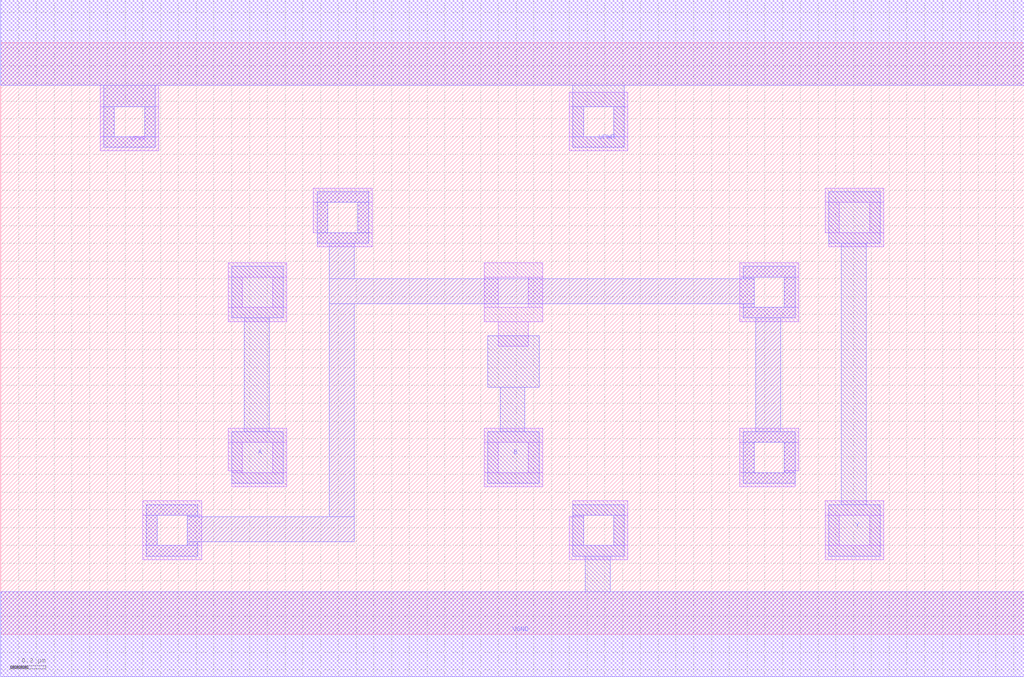
<source format=lef>
VERSION 5.7 ;
  NOWIREEXTENSIONATPIN ON ;
  DIVIDERCHAR "/" ;
  BUSBITCHARS "[]" ;
MACRO AND2X1
  CLASS CORE ;
  FOREIGN AND2X1 ;
  ORIGIN 0.000 0.000 ;
  SIZE 5.760 BY 3.330 ;
  SYMMETRY X Y R90 ;
  SITE unit ;
  PIN VPWR
    DIRECTION INOUT ;
    USE POWER ;
    SHAPE ABUTMENT ;
    PORT
      LAYER met1 ;
        RECT 0.000 3.090 5.760 3.570 ;
        RECT 0.580 2.970 0.870 3.090 ;
        RECT 0.580 2.800 0.640 2.970 ;
        RECT 0.810 2.800 0.870 2.970 ;
        RECT 0.580 2.740 0.870 2.800 ;
        RECT 3.220 2.970 3.510 3.090 ;
        RECT 3.220 2.800 3.280 2.970 ;
        RECT 3.450 2.800 3.510 2.970 ;
        RECT 3.220 2.740 3.510 2.800 ;
    END
    PORT
      LAYER li1 ;
        RECT 0.000 3.090 5.760 3.570 ;
        RECT 0.560 2.970 0.890 3.090 ;
        RECT 0.560 2.800 0.640 2.970 ;
        RECT 0.810 2.800 0.890 2.970 ;
        RECT 0.560 2.720 0.890 2.800 ;
    END
  END VPWR
  PIN VGND
    DIRECTION INOUT ;
    USE GROUND ;
    SHAPE ABUTMENT ;
    PORT
      LAYER met1 ;
        RECT 3.220 0.670 3.510 0.730 ;
        RECT 3.220 0.500 3.280 0.670 ;
        RECT 3.450 0.500 3.510 0.670 ;
        RECT 3.220 0.440 3.510 0.500 ;
        RECT 3.290 0.240 3.430 0.440 ;
        RECT 0.000 -0.240 5.760 0.240 ;
    END
    PORT
      LAYER li1 ;
        RECT 0.000 -0.240 5.760 0.240 ;
    END
  END VGND
  PIN Y
    DIRECTION INOUT ;
    USE SIGNAL ;
    SHAPE ABUTMENT ;
    PORT
      LAYER met1 ;
        RECT 4.660 2.200 4.950 2.490 ;
        RECT 4.730 0.730 4.870 2.200 ;
        RECT 4.660 0.440 4.950 0.730 ;
    END
  END Y
  PIN B
    DIRECTION INOUT ;
    USE SIGNAL ;
    SHAPE ABUTMENT ;
    PORT
      LAYER met1 ;
        RECT 2.740 1.390 3.030 1.680 ;
        RECT 2.810 1.140 2.950 1.390 ;
        RECT 2.740 0.850 3.030 1.140 ;
    END
  END B
  PIN A
    DIRECTION INOUT ;
    USE SIGNAL ;
    SHAPE ABUTMENT ;
    PORT
      LAYER met1 ;
        RECT 1.300 1.780 1.590 2.070 ;
        RECT 1.370 1.140 1.510 1.780 ;
        RECT 1.300 0.850 1.590 1.140 ;
    END
  END A
  OBS
      LAYER li1 ;
        RECT 3.200 2.970 3.530 3.050 ;
        RECT 3.200 2.800 3.280 2.970 ;
        RECT 3.450 2.800 3.530 2.970 ;
        RECT 3.200 2.720 3.530 2.800 ;
        RECT 1.760 2.430 2.090 2.510 ;
        RECT 1.760 2.260 1.840 2.430 ;
        RECT 2.010 2.260 2.090 2.430 ;
        RECT 4.640 2.430 4.970 2.510 ;
        RECT 4.640 2.260 4.720 2.430 ;
        RECT 4.890 2.260 4.970 2.430 ;
        RECT 1.780 2.180 2.090 2.260 ;
        RECT 4.660 2.180 4.970 2.260 ;
        RECT 1.280 2.010 1.610 2.090 ;
        RECT 1.280 1.840 1.360 2.010 ;
        RECT 1.530 1.840 1.610 2.010 ;
        RECT 1.280 1.760 1.610 1.840 ;
        RECT 2.720 2.010 3.050 2.090 ;
        RECT 2.720 1.840 2.800 2.010 ;
        RECT 2.970 1.840 3.050 2.010 ;
        RECT 2.720 1.760 3.050 1.840 ;
        RECT 4.160 2.010 4.490 2.090 ;
        RECT 4.160 1.840 4.240 2.010 ;
        RECT 4.410 1.840 4.490 2.010 ;
        RECT 4.160 1.760 4.490 1.840 ;
        RECT 2.800 1.620 2.970 1.760 ;
        RECT 1.280 1.080 1.610 1.160 ;
        RECT 1.280 0.920 1.360 1.080 ;
        RECT 1.300 0.910 1.360 0.920 ;
        RECT 1.530 0.910 1.610 1.080 ;
        RECT 1.300 0.830 1.610 0.910 ;
        RECT 2.720 1.080 3.050 1.160 ;
        RECT 2.720 0.910 2.800 1.080 ;
        RECT 2.970 0.910 3.050 1.080 ;
        RECT 2.720 0.830 3.050 0.910 ;
        RECT 4.160 1.080 4.490 1.160 ;
        RECT 4.160 0.910 4.240 1.080 ;
        RECT 4.410 0.920 4.490 1.080 ;
        RECT 4.410 0.910 4.470 0.920 ;
        RECT 4.160 0.830 4.470 0.910 ;
        RECT 0.800 0.670 1.130 0.750 ;
        RECT 0.800 0.500 0.880 0.670 ;
        RECT 1.050 0.500 1.130 0.670 ;
        RECT 3.220 0.670 3.530 0.750 ;
        RECT 3.220 0.660 3.280 0.670 ;
        RECT 0.800 0.420 1.130 0.500 ;
        RECT 3.200 0.500 3.280 0.660 ;
        RECT 3.450 0.500 3.530 0.670 ;
        RECT 3.200 0.420 3.530 0.500 ;
        RECT 4.640 0.670 4.970 0.750 ;
        RECT 4.640 0.500 4.720 0.670 ;
        RECT 4.890 0.500 4.970 0.670 ;
        RECT 4.640 0.420 4.970 0.500 ;
      LAYER met1 ;
        RECT 1.780 2.430 2.070 2.490 ;
        RECT 1.780 2.260 1.840 2.430 ;
        RECT 2.010 2.260 2.070 2.430 ;
        RECT 1.780 2.200 2.070 2.260 ;
        RECT 1.850 2.000 1.990 2.200 ;
        RECT 4.180 2.010 4.470 2.070 ;
        RECT 4.180 2.000 4.240 2.010 ;
        RECT 1.850 1.860 4.240 2.000 ;
        RECT 0.820 0.670 1.110 0.730 ;
        RECT 0.820 0.500 0.880 0.670 ;
        RECT 1.050 0.660 1.110 0.670 ;
        RECT 1.850 0.660 1.990 1.860 ;
        RECT 4.180 1.840 4.240 1.860 ;
        RECT 4.410 1.840 4.470 2.010 ;
        RECT 4.180 1.780 4.470 1.840 ;
        RECT 4.250 1.140 4.390 1.780 ;
        RECT 4.180 1.080 4.470 1.140 ;
        RECT 4.180 0.910 4.240 1.080 ;
        RECT 4.410 0.910 4.470 1.080 ;
        RECT 4.180 0.850 4.470 0.910 ;
        RECT 1.050 0.520 1.990 0.660 ;
        RECT 1.050 0.500 1.110 0.520 ;
        RECT 0.820 0.440 1.110 0.500 ;
  END
END AND2X1
END LIBRARY


</source>
